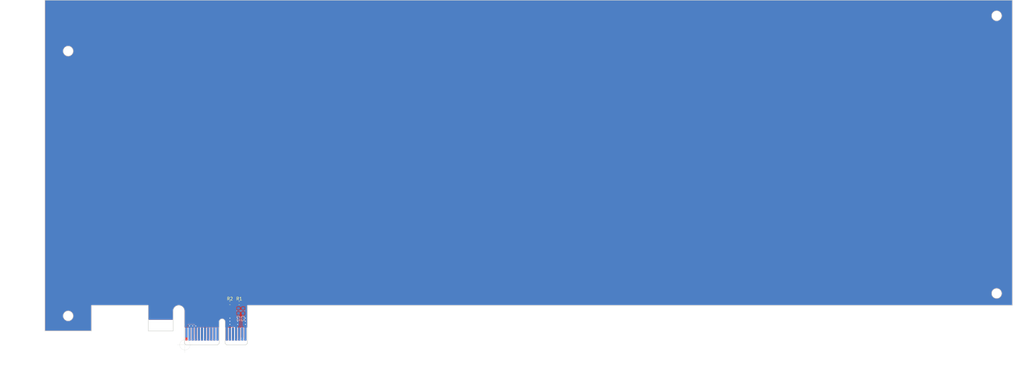
<source format=kicad_pcb>
(kicad_pcb (version 20241229) (generator "pcbnew") (generator_version "9.0")
  (title_block (title "PCIexpress_x16_full") (company "Author: Luca Anastasio"))
  (layers (0 "F.Cu" power) (4 "In1.Cu" power) (6 "In2.Cu" power) (2 "B.Cu" power) (13 "F.Paste" user) (15 "B.Paste" user) (5 "F.SilkS" user "F.Silkscreen") (7 "B.SilkS" user "B.Silkscreen") (1 "F.Mask" user) (3 "B.Mask" user) (25 "Edge.Cuts" user))
  (net 0 "")
  (net 1 "GND")
  (net 2 "+12V")
  (net 3 "+3V3")
  (net 4 "+3.3VA")
  (net 5 "Net-(J2-PadB12)")
  (net 6 "/PER0_P")
  (net 7 "/PER0_N")
  (net 8 "/SMCLK")
  (net 9 "/SMDAT")
  (net 10 "/~{TRST}")
  (net 11 "/~{WAKE}")
  (net 12 "/PET0_P")
  (net 13 "/PET0_N")
  (net 14 "/~{PRSNT2x1}")
  (net 15 "/~{PRSNT1}")
  (net 16 "/TCK")
  (net 17 "/TDI")
  (net 18 "/TDO")
  (net 19 "/TMS")
  (net 20 "/~{PERST}")
  (net 21 "/REFCLK-")
  (net 22 "/REFCLK+")
  (net 23 "/PCIexpress_connector/_PER0_P")
  (net 24 "/PCIexpress_connector/_PER0_N")
  (footprint "PCIexpress:PCIexpress_bracket_full" (layer "F.Cu") (at 109.625 194.125)
    (property "Reference" "J1" (hide yes))
    (property "Value" "PCIexpress_bracket")
  )
  (footprint "Resistor_SMD:R_0603_1608Metric" (layer "F.Cu") (at 127.125 180.625)
    (property "Reference" "R1" (at 0 -1.375 0) (layer "F.SilkS"))
    (property "Value" "49.9")
    (fp_line (start -0.162779 -0.51) (end 0.162779 -0.51) (stroke (width 0.12)) (layer "F.SilkS"))
    (fp_line (start -0.162779 0.51) (end 0.162779 0.51) (stroke (width 0.12)) (layer "F.SilkS"))
    (pad "1" smd roundrect (at -0.7875 0) (size 0.875 0.95) (layers "F.Cu" "F.Mask" "F.Paste") (net 13 "/PET0_N"))
    (pad "2" smd roundrect (at 0.7875 0) (size 0.875 0.95) (layers "F.Cu" "F.Mask" "F.Paste") (net 1 "GND"))
  )
  (footprint "Resistor_SMD:R_0603_1608Metric" (layer "F.Cu") (at 124.125 180.625 180)
    (property "Reference" "R2" (at 0 1.375 0) (layer "F.SilkS"))
    (property "Value" "49.9")
    (fp_line (start -0.162779 0.51) (end 0.162779 0.51) (stroke (width 0.12)) (layer "F.SilkS"))
    (fp_line (start -0.162779 -0.51) (end 0.162779 -0.51) (stroke (width 0.12)) (layer "F.SilkS"))
    (pad "1" smd roundrect (at -0.7875 0 180) (size 0.875 0.95) (layers "F.Cu" "F.Mask" "F.Paste") (net 12 "/PET0_P"))
    (pad "2" smd roundrect (at 0.7875 0 180) (size 0.875 0.95) (layers "F.Cu" "F.Mask" "F.Paste") (net 1 "GND"))
  )
  (footprint "PCIexpress:PCIexpress_x1" (layer "F.Cu") (at 109.625 194.125)
    (property "Reference" "J2" (hide yes))
    (property "Value" "PCIexpress_x1")
    (pad "A1" connect rect (at 0.5 -4) (size 0.7 3.2) (layers "B.Cu") (net 15 "/~{PRSNT1}"))
    (pad "A2" connect rect (at 1.5 -3.5) (size 0.7 4.2) (layers "B.Cu") (net 2 "+12V"))
    (pad "A3" connect rect (at 2.5 -3.5) (size 0.7 4.2) (layers "B.Cu") (net 2 "+12V"))
    (pad "A4" connect rect (at 3.5 -3.5) (size 0.7 4.2) (layers "B.Cu") (net 1 "GND"))
    (pad "A5" connect rect (at 4.5 -3.5) (size 0.7 4.2) (layers "B.Cu") (net 16 "/TCK"))
    (pad "A6" connect rect (at 5.5 -3.5) (size 0.7 4.2) (layers "B.Cu") (net 17 "/TDI"))
    (pad "A7" connect rect (at 6.5 -3.5) (size 0.7 4.2) (layers "B.Cu") (net 18 "/TDO"))
    (pad "A8" connect rect (at 7.5 -3.5) (size 0.7 4.2) (layers "B.Cu") (net 19 "/TMS"))
    (pad "A9" connect rect (at 8.5 -3.5) (size 0.7 4.2) (layers "B.Cu") (net 3 "+3V3"))
    (pad "A10" connect rect (at 9.5 -3.5) (size 0.7 4.2) (layers "B.Cu") (net 3 "+3V3"))
    (pad "A11" connect rect (at 10.5 -3.5) (size 0.7 4.2) (layers "B.Cu") (net 20 "/~{PERST}"))
    (pad "A12" connect rect (at 13.5 -3.5) (size 0.7 4.2) (layers "B.Cu") (net 1 "GND"))
    (pad "A13" connect rect (at 14.5 -3.5) (size 0.7 4.2) (layers "B.Cu") (net 22 "/REFCLK+"))
    (pad "A14" connect rect (at 15.5 -3.5) (size 0.7 4.2) (layers "B.Cu") (net 21 "/REFCLK-"))
    (pad "A15" connect rect (at 16.5 -3.5) (size 0.7 4.2) (layers "B.Cu") (net 1 "GND"))
    (pad "A16" connect rect (at 17.5 -3.5) (size 0.7 4.2) (layers "B.Cu") (net 23 "/PCIexpress_connector/_PER0_P"))
    (pad "A17" connect rect (at 18.5 -3.5) (size 0.7 4.2) (layers "B.Cu") (net 24 "/PCIexpress_connector/_PER0_N"))
    (pad "A18" connect rect (at 19.5 -3.5) (size 0.7 4.2) (layers "B.Cu") (net 1 "GND"))
    (pad "B1" connect rect (at 0.5 -3.5) (size 0.7 4.2) (layers "F.Cu") (net 2 "+12V"))
    (pad "B2" connect rect (at 1.5 -3.5) (size 0.7 4.2) (layers "F.Cu") (net 2 "+12V"))
    (pad "B3" connect rect (at 2.5 -3.5) (size 0.7 4.2) (layers "F.Cu") (net 2 "+12V"))
    (pad "B4" connect rect (at 3.5 -3.5) (size 0.7 4.2) (layers "F.Cu") (net 1 "GND"))
    (pad "B5" connect rect (at 4.5 -3.5) (size 0.7 4.2) (layers "F.Cu") (net 8 "/SMCLK"))
    (pad "B6" connect rect (at 5.5 -3.5) (size 0.7 4.2) (layers "F.Cu") (net 9 "/SMDAT"))
    (pad "B7" connect rect (at 6.5 -3.5) (size 0.7 4.2) (layers "F.Cu") (net 1 "GND"))
    (pad "B8" connect rect (at 7.5 -3.5) (size 0.7 4.2) (layers "F.Cu") (net 3 "+3V3"))
    (pad "B9" connect rect (at 8.5 -3.5) (size 0.7 4.2) (layers "F.Cu") (net 10 "/~{TRST}"))
    (pad "B10" connect rect (at 9.5 -3.5) (size 0.7 4.2) (layers "F.Cu") (net 4 "+3.3VA"))
    (pad "B11" connect rect (at 10.5 -3.5) (size 0.7 4.2) (layers "F.Cu") (net 11 "/~{WAKE}"))
    (pad "B12" connect rect (at 13.5 -3.5) (size 0.7 4.2) (layers "F.Cu") (net 5 "Net-(J2-PadB12)"))
    (pad "B13" connect rect (at 14.5 -3.5) (size 0.7 4.2) (layers "F.Cu") (net 1 "GND"))
    (pad "B14" connect rect (at 15.5 -3.5) (size 0.7 4.2) (layers "F.Cu") (net 12 "/PET0_P"))
    (pad "B15" connect rect (at 16.5 -3.5) (size 0.7 4.2) (layers "F.Cu") (net 13 "/PET0_N"))
    (pad "B16" connect rect (at 17.5 -3.5) (size 0.7 4.2) (layers "F.Cu") (net 1 "GND"))
    (pad "B17" connect rect (at 18.5 -4) (size 0.7 3.2) (layers "F.Cu") (net 14 "/~{PRSNT2x1}"))
    (pad "B18" connect rect (at 19.5 -3.5) (size 0.7 4.2) (layers "F.Cu") (net 1 "GND"))
  )
  (footprint "Capacitor_SMD:C_0603_1608Metric" (layer "B.Cu") (at 126.875 183.125 -90)
    (property "Reference" "C1" (at 2.5 0 90) (layer "B.SilkS") (effects (justify mirror)))
    (property "Value" "100n")
    (fp_line (start -0.162779 0.51) (end 0.162779 0.51) (stroke (width 0.12)) (layer "B.SilkS"))
    (fp_line (start -0.162779 -0.51) (end 0.162779 -0.51) (stroke (width 0.12)) (layer "B.SilkS"))
    (pad "1" smd roundrect (at -0.7875 0 270) (size 0.875 0.95) (layers "B.Cu" "B.Mask" "B.Paste") (net 6 "/PER0_P"))
    (pad "2" smd roundrect (at 0.7875 0 270) (size 0.875 0.95) (layers "B.Cu" "B.Mask" "B.Paste") (net 23 "/PCIexpress_connector/_PER0_P"))
  )
  (footprint "Capacitor_SMD:C_0603_1608Metric" (layer "B.Cu") (at 128.375 183.125 90)
    (property "Reference" "C2" (at -2.5 0 90) (layer "B.SilkS") (effects (justify mirror)))
    (property "Value" "100n")
    (fp_line (start -0.162779 -0.51) (end 0.162779 -0.51) (stroke (width 0.12)) (layer "B.SilkS"))
    (fp_line (start -0.162779 0.51) (end 0.162779 0.51) (stroke (width 0.12)) (layer "B.SilkS"))
    (pad "1" smd roundrect (at -0.7875 0 90) (size 0.875 0.95) (layers "B.Cu" "B.Mask" "B.Paste") (net 24 "/PCIexpress_connector/_PER0_N"))
    (pad "2" smd roundrect (at 0.7875 0 90) (size 0.875 0.95) (layers "B.Cu" "B.Mask" "B.Paste") (net 7 "/PER0_N"))
  )
  (gr_line (start 123.075 194.125) (end 129.275 194.125) (stroke (width 0.15)) (layer "Edge.Cuts"))
  (gr_line (start 120.675 193.625) (end 120.675 186.675) (stroke (width 0.15)) (layer "Edge.Cuts"))
  (gr_line (start 120.175 194.125) (end 120.675 193.625) (stroke (width 0.15)) (layer "Edge.Cuts"))
  (gr_circle (center 371.395 87.995) (end 372.995 87.995) (stroke (width 0.15)) (fill no) (layer "Edge.Cuts"))
  (gr_circle (center 71.975 184.775) (end 73.575 184.775) (stroke (width 0.15)) (fill no) (layer "Edge.Cuts"))
  (gr_line (start 129.275 194.125) (end 129.775 193.625) (stroke (width 0.15)) (layer "Edge.Cuts"))
  (gr_line (start 105.825 189.625) (end 105.825 183.2) (stroke (width 0.15)) (layer "Edge.Cuts"))
  (gr_line (start 79.475 181.375) (end 97.825 181.375) (stroke (width 0.15)) (layer "Edge.Cuts"))
  (gr_line (start 79.475 189.625) (end 79.475 181.375) (stroke (width 0.15)) (layer "Edge.Cuts"))
  (gr_line (start 376.4777 181.375) (end 376.475 82.975) (stroke (width 0.15)) (layer "Edge.Cuts"))
  (gr_line (start 122.575 186.675) (end 122.575 193.625) (stroke (width 0.15)) (layer "Edge.Cuts"))
  (gr_arc (start 120.675 186.675) (mid 121.625 185.725) (end 122.575 186.675) (stroke (width 0.15)) (layer "Edge.Cuts"))
  (gr_arc (start 105.825 183.2) (mid 107.65 181.375) (end 109.475 183.2) (stroke (width 0.15)) (layer "Edge.Cuts"))
  (gr_line (start 109.475 183.2) (end 109.475 193.625) (stroke (width 0.15)) (layer "Edge.Cuts"))
  (gr_circle (center 371.395 177.525) (end 372.995 177.525) (stroke (width 0.15)) (fill no) (layer "Edge.Cuts"))
  (gr_line (start 64.475 189.625) (end 79.475 189.625) (stroke (width 0.15)) (layer "Edge.Cuts"))
  (gr_line (start 109.975 194.125) (end 120.175 194.125) (stroke (width 0.15)) (layer "Edge.Cuts"))
  (gr_line (start 97.825 181.375) (end 97.825 189.625) (stroke (width 0.15)) (layer "Edge.Cuts"))
  (gr_line (start 64.475 82.975) (end 64.475 189.625) (stroke (width 0.15)) (layer "Edge.Cuts"))
  (gr_line (start 376.475 82.975) (end 64.475 82.975) (stroke (width 0.15)) (layer "Edge.Cuts"))
  (gr_line (start 122.575 193.625) (end 123.075 194.125) (stroke (width 0.15)) (layer "Edge.Cuts"))
  (gr_line (start 129.775 193.625) (end 129.775 181.375) (stroke (width 0.15)) (layer "Edge.Cuts"))
  (gr_circle (center 71.975 99.375) (end 73.575 99.375) (stroke (width 0.15)) (fill no) (layer "Edge.Cuts"))
  (gr_line (start 97.825 189.625) (end 105.825 189.625) (stroke (width 0.15)) (layer "Edge.Cuts"))
  (gr_line (start 109.475 193.625) (end 109.975 194.125) (stroke (width 0.15)) (layer "Edge.Cuts"))
  (gr_line (start 129.775 181.375) (end 376.4777 181.375) (stroke (width 0.15)) (layer "Edge.Cuts"))
  (target plus (at 109.625 194.125) (size 5) (width 0.05) (layer "Edge.Cuts"))
  (segment (start 113.125 188.125) (end 113.125 188.125) (width 0.7) (layer "F.Cu") (net 1))
  (segment (start 113.125 190.625) (end 113.125 188) (width 0.7) (layer "F.Cu") (net 1))
  (via (at 124.125 185.5) (size 0.55) (drill 0.3) (layers "F.Cu" "B.Cu") (net 1))
  (via (at 129.125 185.5) (size 0.55) (drill 0.3) (layers "F.Cu" "B.Cu") (net 1))
  (via (at 126.625 185.5) (size 0.55) (drill 0.3) (layers "F.Cu" "B.Cu") (net 1))
  (via (at 126.625 187.5) (size 0.55) (drill 0.3) (layers "F.Cu" "B.Cu") (net 1))
  (via (at 129.125 186.5) (size 0.55) (drill 0.3) (layers "F.Cu" "B.Cu") (net 1))
  (via (at 129.125 187.5) (size 0.55) (drill 0.3) (layers "F.Cu" "B.Cu") (net 1))
  (via (at 124.125 187.5) (size 0.55) (drill 0.3) (layers "F.Cu" "B.Cu") (net 1))
  (via (at 113.125 188) (size 0.55) (drill 0.3) (layers "F.Cu" "B.Cu") (net 1))
  (via (at 126.625 186.5) (size 0.55) (drill 0.3) (layers "F.Cu" "B.Cu") (net 1))
  (via (at 124.125 186.5) (size 0.55) (drill 0.3) (layers "F.Cu" "B.Cu") (net 1))
  (segment (start 111.125 190.625) (end 111.125 188) (width 0.0889) (layer "F.Cu") (net 2))
  (via (at 111.125 188) (size 0.55) (drill 0.3) (layers "F.Cu" "B.Cu") (net 2))
  (via (at 112.125 188) (size 0.55) (drill 0.3) (layers "F.Cu" "B.Cu") (net 2))
  (segment (start 124.9125 181.26875) (end 124.9125 180.625) (width 0.2) (layer "F.Cu") (net 12))
  (segment (start 125.125 190.625) (end 125.125 188.375) (width 0.2) (layer "F.Cu") (net 12))
  (segment (start 125.425 188.075) (end 125.425 181.78125) (width 0.2) (layer "F.Cu") (net 12))
  (segment (start 125.425 181.78125) (end 124.9125 181.26875) (width 0.2) (layer "F.Cu") (net 12))
  (segment (start 125.125 188.375) (end 125.425 188.075) (width 0.2) (layer "F.Cu") (net 12))
  (segment (start 125.825 181.8) (end 126.3375 181.2875) (width 0.2) (layer "F.Cu") (net 13))
  (segment (start 126.3375 181.2875) (end 126.3375 180.625) (width 0.2) (layer "F.Cu") (net 13))
  (segment (start 126.125 190.625) (end 126.125 188.375) (width 0.2) (layer "F.Cu") (net 13))
  (segment (start 126.125 188.375) (end 125.825 188.075) (width 0.2) (layer "F.Cu") (net 13))
  (segment (start 125.825 188.075) (end 125.825 181.8) (width 0.2) (layer "F.Cu") (net 13))
  (segment (start 126.875 184.5) (end 127.425 185.05) (width 0.2) (layer "B.Cu") (net 23))
  (segment (start 127.125 188.375) (end 127.125 190.625) (width 0.2) (layer "B.Cu") (net 23))
  (segment (start 126.875 183.9125) (end 126.875 184.5) (width 0.2) (layer "B.Cu") (net 23))
  (segment (start 127.425 185.05) (end 127.425 188.075) (width 0.2) (layer "B.Cu") (net 23))
  (segment (start 127.425 188.075) (end 127.125 188.375) (width 0.2) (layer "B.Cu") (net 23))
  (segment (start 127.825 188.075) (end 128.125 188.375) (width 0.2) (layer "B.Cu") (net 24))
  (segment (start 128.375 183.9125) (end 128.375 184.5) (width 0.2) (layer "B.Cu") (net 24))
  (segment (start 127.825 185.05) (end 127.825 188.075) (width 0.2) (layer "B.Cu") (net 24))
  (segment (start 128.125 188.375) (end 128.125 190.625) (width 0.2) (layer "B.Cu") (net 24))
  (segment (start 128.375 184.5) (end 127.825 185.05) (width 0.2) (layer "B.Cu") (net 24))
  (zone (net 2) (net_name "+12V") (layer "F.Cu") (priority 2) (connect_pads thru_hole_only (clearance 0)) (min_thickness 0.25) (fill yes (thermal_gap 0.508) (thermal_bridge_width 0.508))
    (polygon (pts (xy 112.625 188.526) (xy 109.375 188.526) (xy 109.375 187.5) (xy 112.625 187.5)))
  )
  (zone (net 1) (net_name "GND") (layer "F.Cu") (connect_pads thru_hole_only (clearance 0)) (min_thickness 0.25) (fill yes (thermal_gap 0.508) (thermal_bridge_width 0.508))
    (polygon (pts (xy 64.5 83) (xy 376.5 83) (xy 376.5 181.375) (xy 129.875 181.375) (xy 129.875 188.525) (xy 109.375 188.525) (xy 109.375 183.25) (xy 105.875 183.25) (xy 105.875 186) (xy 97.75 186) (xy 97.75 181.375) (xy 79.5 181.375) (xy 79.5 189.625) (xy 64.5 189.625)))
  )
  (zone (net 0) (net_name "") (layers "F.Cu" "B.Cu" "In1.Cu" "In2.Cu") (connect_pads (clearance 0)) (min_thickness 0.254)
    (keepout (tracks not_allowed) (vias not_allowed) (pads allowed) (copperpour not_allowed) (footprints allowed))
    (fill (thermal_gap 0.508) (thermal_bridge_width 0.508))
    (polygon (pts (xy 97.825 186.125) (xy 105.825 186.125) (xy 105.825 189.625) (xy 97.825 189.625)))
  )
  (zone (net 2) (net_name "+12V") (layer "B.Cu") (priority 2) (connect_pads thru_hole_only (clearance 0)) (min_thickness 0.25) (fill yes (thermal_gap 0.508) (thermal_bridge_width 0.508))
    (polygon (pts (xy 112.625 188.526) (xy 110.625 188.526) (xy 110.625 187.5) (xy 112.625 187.5)))
  )
  (zone (net 1) (net_name "GND") (layer "B.Cu") (connect_pads thru_hole_only (clearance 0)) (min_thickness 0.25) (fill yes (thermal_gap 0.508) (thermal_bridge_width 0.508))
    (polygon (pts (xy 64.5 83) (xy 376.5 83) (xy 376.5 181.375) (xy 129.875 181.375) (xy 129.875 188.525) (xy 109.375 188.525) (xy 109.375 183.25) (xy 105.875 183.25) (xy 105.875 186) (xy 97.75 186) (xy 97.75 181.375) (xy 79.5 181.375) (xy 79.5 189.625) (xy 64.5 189.625)))
  )
)
</source>
